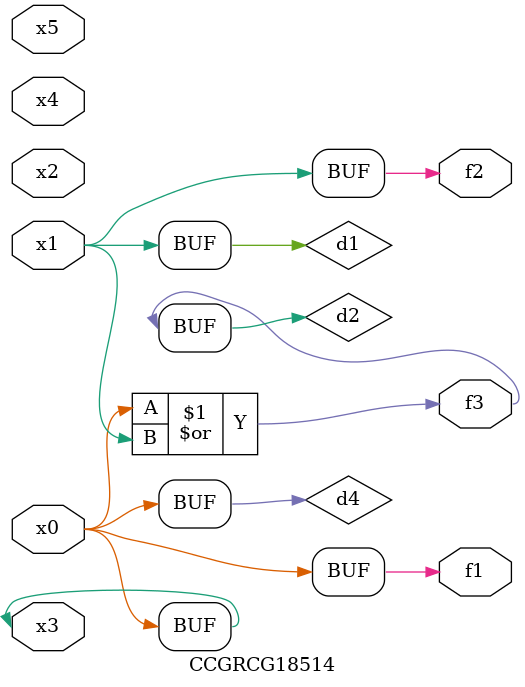
<source format=v>
module CCGRCG18514(
	input x0, x1, x2, x3, x4, x5,
	output f1, f2, f3
);

	wire d1, d2, d3, d4;

	and (d1, x1);
	or (d2, x0, x1);
	nand (d3, x0, x5);
	buf (d4, x0, x3);
	assign f1 = d4;
	assign f2 = d1;
	assign f3 = d2;
endmodule

</source>
